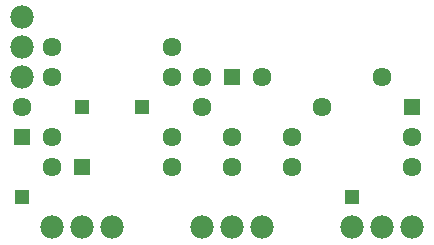
<source format=gts>
G75*
%MOIN*%
%OFA0B0*%
%FSLAX25Y25*%
%IPPOS*%
%LPD*%
%AMOC8*
5,1,8,0,0,1.08239X$1,22.5*
%
%ADD10C,0.06343*%
%ADD11R,0.05556X0.05556*%
%ADD12C,0.07800*%
%ADD13R,0.04762X0.04762*%
D10*
X0061115Y0060337D03*
X0061115Y0070337D03*
X0051115Y0080337D03*
X0061115Y0090337D03*
X0061115Y0100337D03*
X0101115Y0100337D03*
X0101115Y0090337D03*
X0111115Y0090337D03*
X0111115Y0080337D03*
X0101115Y0070337D03*
X0101115Y0060337D03*
X0121115Y0060337D03*
X0121115Y0070337D03*
X0141115Y0070337D03*
X0141115Y0060337D03*
X0151115Y0080337D03*
X0131115Y0090337D03*
X0171115Y0090337D03*
X0181115Y0070337D03*
X0181115Y0060337D03*
D11*
X0181115Y0080337D03*
X0121115Y0090337D03*
X0071115Y0060337D03*
X0051115Y0070337D03*
D12*
X0061115Y0040337D03*
X0071115Y0040337D03*
X0081115Y0040337D03*
X0111115Y0040337D03*
X0121115Y0040337D03*
X0131115Y0040337D03*
X0161115Y0040337D03*
X0171115Y0040337D03*
X0181115Y0040337D03*
X0051115Y0090337D03*
X0051115Y0100337D03*
X0051115Y0110337D03*
D13*
X0071115Y0080337D03*
X0091115Y0080337D03*
X0131115Y0090337D03*
X0161115Y0050337D03*
X0051115Y0050337D03*
M02*

</source>
